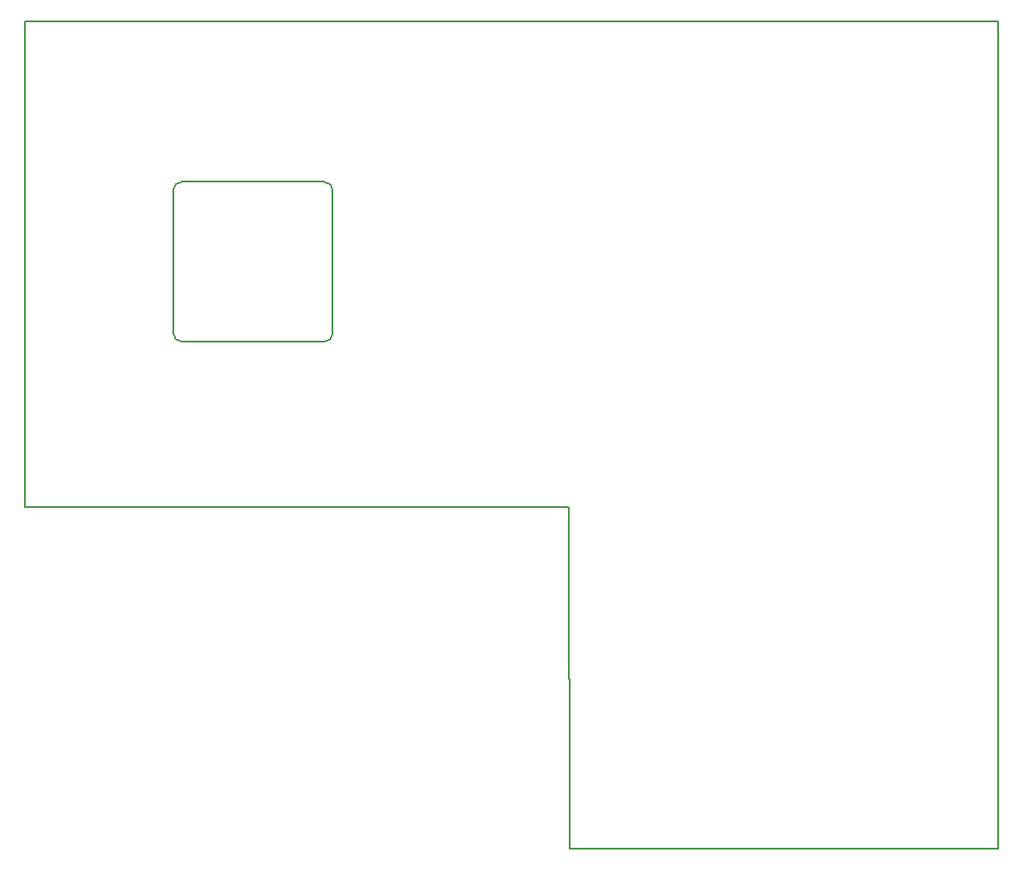
<source format=gbr>
G04 #@! TF.GenerationSoftware,KiCad,Pcbnew,7.0.10*
G04 #@! TF.CreationDate,2024-02-23T13:16:52-06:00*
G04 #@! TF.ProjectId,A600FastRAM,41363030-4661-4737-9452-414d2e6b6963,5*
G04 #@! TF.SameCoordinates,Original*
G04 #@! TF.FileFunction,Profile,NP*
%FSLAX46Y46*%
G04 Gerber Fmt 4.6, Leading zero omitted, Abs format (unit mm)*
G04 Created by KiCad (PCBNEW 7.0.10) date 2024-02-23 13:16:52*
%MOMM*%
%LPD*%
G01*
G04 APERTURE LIST*
G04 #@! TA.AperFunction,Profile*
%ADD10C,0.150000*%
G04 #@! TD*
G04 APERTURE END LIST*
D10*
X125900000Y-98100000D02*
X139500000Y-98100000D01*
X125100000Y-112500000D02*
X125100000Y-98900000D01*
X162833685Y-161544000D02*
X203708000Y-161544000D01*
X110999000Y-82804000D02*
X203708000Y-82804000D01*
X162833685Y-161544000D02*
X162814000Y-129032000D01*
X139500000Y-113300000D02*
G75*
G03*
X140300000Y-112500000I0J800000D01*
G01*
X140300000Y-98900000D02*
X140300000Y-112500000D01*
X140300000Y-98900000D02*
G75*
G03*
X139500000Y-98100000I-800000J0D01*
G01*
X203708000Y-82804000D02*
X203708000Y-161544000D01*
X110998000Y-129032000D02*
X162814000Y-129032000D01*
X125100000Y-112500000D02*
G75*
G03*
X125900000Y-113300000I800000J0D01*
G01*
X110999000Y-82804000D02*
X110998000Y-129032000D01*
X125900000Y-98100000D02*
G75*
G03*
X125100000Y-98900000I0J-800000D01*
G01*
X139500000Y-113300000D02*
X125900000Y-113300000D01*
M02*

</source>
